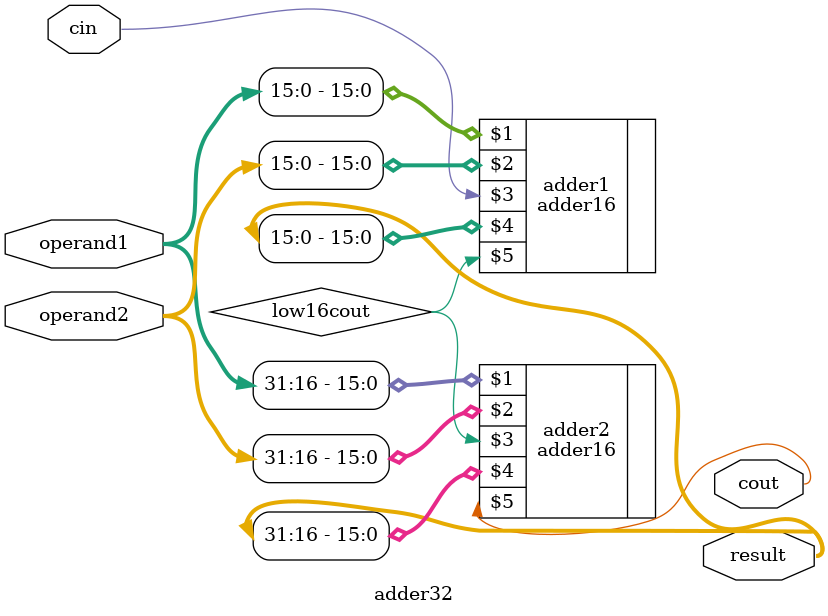
<source format=v>
`timescale 1ns / 1ps


`include "adder16.v"

module adder32(operand1,operand2,cin,result,cout);
input [31:0] operand1;//第一个加数
input[31:0] operand2;//第二个加数
input cin;//接收的进位
output [31:0]result;//结果
output cout;//全加器输出
wire low16cout;//接收前16位进位输出
adder16 adder1(operand1[15:0],operand2[15:0],cin,result[15:0],low16cout);//低16位加法
adder16 adder2(operand1[31:16],operand2[31:16],low16cout,result[31:16],cout);//高16位加法
endmodule

</source>
